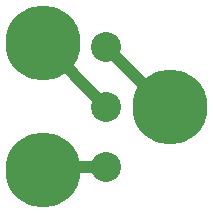
<source format=gbl>
%TF.GenerationSoftware,KiCad,Pcbnew,(6.0.4)*%
%TF.CreationDate,2022-03-24T18:37:27-03:00*%
%TF.ProjectId,PCB_Klicky_Probe,5043425f-4b6c-4696-936b-795f50726f62,rev?*%
%TF.SameCoordinates,Original*%
%TF.FileFunction,Copper,L2,Bot*%
%TF.FilePolarity,Positive*%
%FSLAX46Y46*%
G04 Gerber Fmt 4.6, Leading zero omitted, Abs format (unit mm)*
G04 Created by KiCad (PCBNEW (6.0.4)) date 2022-03-24 18:37:27*
%MOMM*%
%LPD*%
G01*
G04 APERTURE LIST*
%TA.AperFunction,ComponentPad*%
%ADD10C,2.540000*%
%TD*%
%TA.AperFunction,ComponentPad*%
%ADD11C,6.350000*%
%TD*%
%TA.AperFunction,Conductor*%
%ADD12C,1.000000*%
%TD*%
G04 APERTURE END LIST*
D10*
%TO.P,SW1,1,C*%
%TO.N,GND*%
X103300000Y-81940000D03*
%TO.P,SW1,2,NO*%
%TO.N,SW_NO*%
X103300000Y-87020000D03*
%TO.P,SW1,3,NC*%
%TO.N,SW_NC*%
X103300000Y-92100000D03*
%TD*%
D11*
%TO.P,H2,1,1*%
%TO.N,SW_NC*%
X97910000Y-92420000D03*
%TD*%
%TO.P,H3,1,1*%
%TO.N,SW_NO*%
X97910000Y-81620000D03*
%TD*%
%TO.P,H1,1,1*%
%TO.N,GND*%
X108710000Y-87020000D03*
%TD*%
D12*
%TO.N,GND*%
X108380000Y-87020000D02*
X103300000Y-81940000D01*
%TO.N,SW_NO*%
X103300000Y-87010000D02*
X97910000Y-81620000D01*
%TO.N,SW_NC*%
X103300000Y-92100000D02*
X98230000Y-92100000D01*
%TD*%
M02*

</source>
